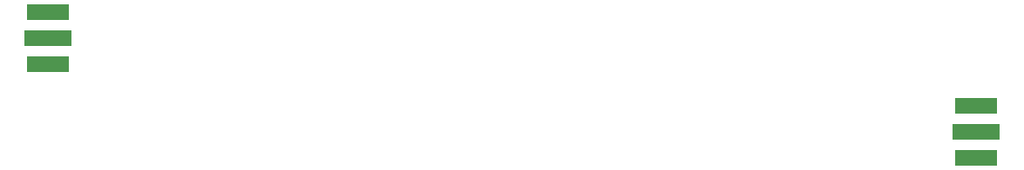
<source format=gbr>
G04 #@! TF.GenerationSoftware,KiCad,Pcbnew,5.1.2-f72e74a~84~ubuntu18.04.1*
G04 #@! TF.CreationDate,2019-12-04T15:30:54+01:00*
G04 #@! TF.ProjectId,RO4350B_proto,524f3433-3530-4425-9f70-726f746f2e6b,rev?*
G04 #@! TF.SameCoordinates,Original*
G04 #@! TF.FileFunction,Paste,Top*
G04 #@! TF.FilePolarity,Positive*
%FSLAX46Y46*%
G04 Gerber Fmt 4.6, Leading zero omitted, Abs format (unit mm)*
G04 Created by KiCad (PCBNEW 5.1.2-f72e74a~84~ubuntu18.04.1) date 2019-12-04 15:30:54*
%MOMM*%
%LPD*%
G04 APERTURE LIST*
%ADD10R,4.060000X1.520000*%
%ADD11R,4.600000X1.520000*%
G04 APERTURE END LIST*
D10*
X161290000Y-112060000D03*
X161290000Y-106980000D03*
D11*
X161290000Y-109520000D03*
D10*
X71120000Y-97790000D03*
X71120000Y-102870000D03*
D11*
X71120000Y-100330000D03*
M02*

</source>
